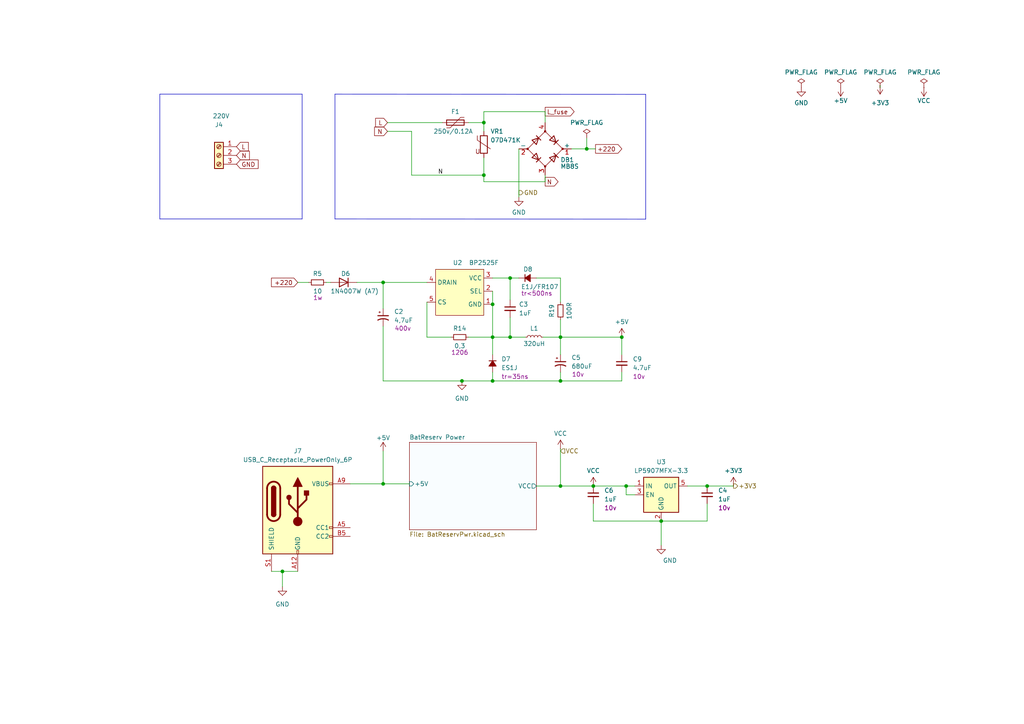
<source format=kicad_sch>
(kicad_sch (version 20250114) (generator "eeschema") (generator_version "9.0")
  (paper "A4")
  (title_block (title "Universal board.  ESP-C3") (date "2023-10-01") (rev "12"))
  (lib_symbols
    (symbol "+5V_1" (power) (pin_numbers (hide yes)) (pin_names (offset 0) (hide yes))
      (property "Value" "+5V" (at 0 3.556 0))
      (symbol "+5V_1_0_1"
        (polyline (pts (xy -0.762 1.27) (xy 0 2.54)))
        (polyline (pts (xy 0 2.54) (xy 0.762 1.27)))
        (polyline (pts (xy 0 0) (xy 0 2.54)))
      )
      (symbol "+5V_1_1_1"
        (pin power_in line (at 0 0 90) (length 0) (name "~") (number "1"))
      )
    )
    (symbol "+5V_2" (power) (pin_numbers (hide yes)) (pin_names (offset 0) (hide yes))
      (property "Value" "+5V" (at 0 3.556 0))
      (symbol "+5V_2_0_1"
        (polyline (pts (xy -0.762 1.27) (xy 0 2.54)))
        (polyline (pts (xy 0 2.54) (xy 0.762 1.27)))
        (polyline (pts (xy 0 0) (xy 0 2.54)))
      )
      (symbol "+5V_2_1_1"
        (pin power_in line (at 0 0 90) (length 0) (name "~") (number "1"))
      )
    )
    (symbol "Connector:Screw_Terminal_01x03" (pin_names (offset 1.016) (hide yes))
      (property "Reference" "J" (at 0 5.08 0))
      (property "Value" "Screw_Terminal_01x03" (at 0 -5.08 0))
      (symbol "Screw_Terminal_01x03_1_1"
        (rectangle (start -1.27 3.81) (end 1.27 -3.81) (stroke (width 0.254)) (fill (type background)))
        (polyline (pts (xy -0.5334 2.8702) (xy 0.3302 2.032)) (stroke (width 0.1524)))
        (polyline (pts (xy -0.5334 0.3302) (xy 0.3302 -0.508)) (stroke (width 0.1524)))
        (polyline (pts (xy -0.5334 -2.2098) (xy 0.3302 -3.048)) (stroke (width 0.1524)))
        (polyline (pts (xy -0.3556 3.048) (xy 0.508 2.2098)) (stroke (width 0.1524)))
        (polyline (pts (xy -0.3556 0.508) (xy 0.508 -0.3302)) (stroke (width 0.1524)))
        (polyline (pts (xy -0.3556 -2.032) (xy 0.508 -2.8702)) (stroke (width 0.1524)))
        (circle (center 0 2.54) (radius 0.635) (stroke (width 0.1524)))
        (circle (center 0 0) (radius 0.635) (stroke (width 0.1524)))
        (circle (center 0 -2.54) (radius 0.635) (stroke (width 0.1524)))
        (pin passive line (at -5.08 2.54 0) (length 3.81) (name "Pin_1") (number "1"))
        (pin passive line (at -5.08 0 0) (length 3.81) (name "Pin_2") (number "2"))
        (pin passive line (at -5.08 -2.54 0) (length 3.81) (name "Pin_3") (number "3"))
      )
    )
    (symbol "Connector:USB_C_Receptacle_PowerOnly_6P" (pin_names (offset 1.016))
      (property "Reference" "J" (at 0 16.51 0))
      (property "Value" "USB_C_Receptacle_PowerOnly_6P" (at 0 13.97 0))
      (symbol "USB_C_Receptacle_PowerOnly_6P_0_0"
        (rectangle (start -0.254 -12.7) (end 0.254 -11.684))
        (rectangle (start 10.16 7.874) (end 9.144 7.366))
        (rectangle (start 10.16 -4.826) (end 9.144 -5.334))
        (rectangle (start 10.16 -7.366) (end 9.144 -7.874))
      )
      (symbol "USB_C_Receptacle_PowerOnly_6P_0_1"
        (rectangle (start -10.16 12.7) (end 10.16 -12.7) (stroke (width 0.254)) (fill (type background)))
        (polyline (pts (xy -8.89 -1.27) (xy -8.89 6.35)) (stroke (width 0.508)))
        (rectangle (start -7.62 -1.27) (end -6.35 6.35) (stroke (width 0.254)) (fill (type outline)))
        (arc (start -7.62 6.35) (mid -6.985 6.9823) (end -6.35 6.35) (stroke (width 0.254)))
        (arc (start -7.62 6.35) (mid -6.985 6.9823) (end -6.35 6.35) (stroke (width 0.254)) (fill (type outline)))
        (arc (start -8.89 6.35) (mid -6.985 8.2467) (end -5.08 6.35) (stroke (width 0.508)))
        (arc (start -5.08 -1.27) (mid -6.985 -3.1667) (end -8.89 -1.27) (stroke (width 0.508)))
        (arc (start -6.35 -1.27) (mid -6.985 -1.9023) (end -7.62 -1.27) (stroke (width 0.254)))
        (arc (start -6.35 -1.27) (mid -6.985 -1.9023) (end -7.62 -1.27) (stroke (width 0.254)) (fill (type outline)))
        (polyline (pts (xy -5.08 6.35) (xy -5.08 -1.27)) (stroke (width 0.508)))
        (circle (center -2.54 3.683) (radius 0.635) (stroke (width 0.254)) (fill (type outline)))
        (polyline (pts (xy -1.27 6.858) (xy 0 9.398) (xy 1.27 6.858) (xy -1.27 6.858)) (stroke (width 0.254)) (fill (type outline)))
        (polyline (pts (xy 0 0.508) (xy 2.54 3.048) (xy 2.54 4.318)) (stroke (width 0.508)))
        (polyline (pts (xy 0 -0.762) (xy -2.54 1.778) (xy -2.54 3.048)) (stroke (width 0.508)))
        (polyline (pts (xy 0 -3.302) (xy 0 6.858)) (stroke (width 0.508)))
        (circle (center 0 -3.302) (radius 1.27) (fill (type outline)))
        (rectangle (start 1.905 4.318) (end 3.175 5.588) (stroke (width 0.254)) (fill (type outline)))
      )
      (symbol "USB_C_Receptacle_PowerOnly_6P_1_1"
        (pin passive line (at -7.62 -17.78 90) (length 5.08) (name "SHIELD") (number "S1"))
        (pin passive line (at 0 -17.78 90) (length 5.08) (name "GND") (number "A12"))
        (pin passive line (at 0 -17.78 90) (length 5.08) (hide yes) (name "GND") (number "B12"))
        (pin passive line (at 15.24 7.62 180) (length 5.08) (name "VBUS") (number "A9"))
        (pin passive line (at 15.24 7.62 180) (length 5.08) (hide yes) (name "VBUS") (number "B9"))
        (pin bidirectional line (at 15.24 -5.08 180) (length 5.08) (name "CC1") (number "A5"))
        (pin bidirectional line (at 15.24 -7.62 180) (length 5.08) (name "CC2") (number "B5"))
      )
    )
    (symbol "Device:C_Polarized_Small_US" (pin_numbers (hide yes)) (pin_names (offset 0.254) (hide yes))
      (property "Reference" "C" (at 0.254 1.778 0))
      (property "Value" "C_Polarized_Small_US" (at 0.254 -2.032 0))
      (symbol "C_Polarized_Small_US_0_1"
        (polyline (pts (xy -1.524 0.508) (xy 1.524 0.508)) (stroke (width 0.3048)))
        (polyline (pts (xy -1.27 1.524) (xy -0.762 1.524)))
        (polyline (pts (xy -1.016 1.27) (xy -1.016 1.778)))
        (arc (start -1.524 -0.762) (mid 0 -0.3734) (end 1.524 -0.762) (stroke (width 0.3048)))
      )
      (symbol "C_Polarized_Small_US_1_1"
        (pin passive line (at 0 2.54 270) (length 2.032) (name "~") (number "1"))
        (pin passive line (at 0 -2.54 90) (length 2.032) (name "~") (number "2"))
      )
    )
    (symbol "Device:C_Small" (pin_numbers (hide yes)) (pin_names (offset 0.254) (hide yes))
      (property "Reference" "C" (at 0.254 1.778 0))
      (property "Value" "C_Small" (at 0.254 -2.032 0))
      (symbol "C_Small_0_1"
        (polyline (pts (xy -1.524 0.508) (xy 1.524 0.508)) (stroke (width 0.3048)))
        (polyline (pts (xy -1.524 -0.508) (xy 1.524 -0.508)) (stroke (width 0.3302)))
      )
      (symbol "C_Small_1_1"
        (pin passive line (at 0 2.54 270) (length 2.032) (name "~") (number "1"))
        (pin passive line (at 0 -2.54 90) (length 2.032) (name "~") (number "2"))
      )
    )
    (symbol "Device:D" (pin_numbers (hide yes)) (pin_names (offset 1.016) (hide yes))
      (property "Reference" "D" (at 0 2.54 0))
      (property "Value" "D" (at 0 -2.54 0))
      (symbol "D_0_1"
        (polyline (pts (xy -1.27 1.27) (xy -1.27 -1.27)) (stroke (width 0.254)))
        (polyline (pts (xy 1.27 1.27) (xy 1.27 -1.27) (xy -1.27 0) (xy 1.27 1.27)) (stroke (width 0.254)))
        (polyline (pts (xy 1.27 0) (xy -1.27 0)))
      )
      (symbol "D_1_1"
        (pin passive line (at -3.81 0 0) (length 2.54) (name "K") (number "1"))
        (pin passive line (at 3.81 0 180) (length 2.54) (name "A") (number "2"))
      )
    )
    (symbol "Device:D_Bridge_+-AA" (pin_names (offset 0))
      (property "Reference" "D" (at 2.54 6.985 0))
      (property "Value" "D_Bridge_+-AA" (at 2.54 5.08 0))
      (symbol "D_Bridge_+-AA_0_1"
        (circle (center -5.08 0) (radius 0.254) (fill (type outline)))
        (polyline (pts (xy -5.08 0) (xy 0 -5.08) (xy 5.08 0) (xy 0 5.08) (xy -5.08 0)))
        (polyline (pts (xy -3.81 2.54) (xy -2.54 1.27) (xy -1.905 3.175) (xy -3.81 2.54)) (stroke (width 0.254)))
        (polyline (pts (xy -2.54 3.81) (xy -1.27 2.54)) (stroke (width 0.254)))
        (polyline (pts (xy -2.54 -1.27) (xy -3.81 -2.54) (xy -1.905 -3.175) (xy -2.54 -1.27)) (stroke (width 0.254)))
        (polyline (pts (xy -1.27 -2.54) (xy -2.54 -3.81)) (stroke (width 0.254)))
        (circle (center 0 5.08) (radius 0.254) (fill (type outline)))
        (circle (center 0 -5.08) (radius 0.254) (fill (type outline)))
        (polyline (pts (xy 1.27 2.54) (xy 2.54 3.81) (xy 3.175 1.905) (xy 1.27 2.54)) (stroke (width 0.254)))
        (polyline (pts (xy 2.54 1.27) (xy 3.81 2.54)) (stroke (width 0.254)))
        (polyline (pts (xy 2.54 -1.27) (xy 3.81 -2.54)) (stroke (width 0.254)))
        (polyline (pts (xy 3.175 -1.905) (xy 1.27 -2.54) (xy 2.54 -3.81) (xy 3.175 -1.905)) (stroke (width 0.254)))
        (circle (center 5.08 0) (radius 0.254) (fill (type outline)))
      )
      (symbol "D_Bridge_+-AA_1_1"
        (pin passive line (at -7.62 0 0) (length 2.54) (name "-") (number "2"))
        (pin passive line (at 0 7.62 270) (length 2.54) (name "~") (number "3"))
        (pin passive line (at 0 -7.62 90) (length 2.54) (name "~") (number "4"))
        (pin passive line (at 7.62 0 180) (length 2.54) (name "+") (number "1"))
      )
    )
    (symbol "Device:D_Small_Filled" (pin_numbers (hide yes)) (pin_names (offset 0.254) (hide yes))
      (property "Reference" "D" (at -1.27 2.032 0))
      (property "Value" "D_Small_Filled" (at -3.81 -2.032 0))
      (symbol "D_Small_Filled_0_1"
        (polyline (pts (xy -0.762 0) (xy 0.762 0)))
        (polyline (pts (xy -0.762 -1.016) (xy -0.762 1.016)) (stroke (width 0.254)))
        (polyline (pts (xy 0.762 -1.016) (xy -0.762 0) (xy 0.762 1.016) (xy 0.762 -1.016)) (stroke (width 0.254)) (fill (type outline)))
      )
      (symbol "D_Small_Filled_1_1"
        (pin passive line (at -2.54 0 0) (length 1.778) (name "K") (number "1"))
        (pin passive line (at 2.54 0 180) (length 1.778) (name "A") (number "2"))
      )
    )
    (symbol "Device:L_Small" (pin_numbers (hide yes)) (pin_names (offset 0.254) (hide yes))
      (property "Reference" "L" (at 0.762 1.016 0))
      (property "Value" "L_Small" (at 0.762 -1.016 0))
      (symbol "L_Small_0_1"
        (arc (start 0 2.032) (mid 0.5058 1.524) (end 0 1.016))
        (arc (start 0 1.016) (mid 0.5058 0.508) (end 0 0))
        (arc (start 0 0) (mid 0.5058 -0.508) (end 0 -1.016))
        (arc (start 0 -1.016) (mid 0.5058 -1.524) (end 0 -2.032))
      )
      (symbol "L_Small_1_1"
        (pin passive line (at 0 2.54 270) (length 0.508) (name "~") (number "1"))
        (pin passive line (at 0 -2.54 90) (length 0.508) (name "~") (number "2"))
      )
    )
    (symbol "Device:Polyfuse" (pin_numbers (hide yes)) (pin_names (offset 0))
      (property "Reference" "F" (at -2.54 0 90))
      (property "Value" "Polyfuse" (at 2.54 0 90))
      (symbol "Polyfuse_0_1"
        (polyline (pts (xy -1.524 2.54) (xy -1.524 1.524) (xy 1.524 -1.524) (xy 1.524 -2.54)))
        (rectangle (start -0.762 2.54) (end 0.762 -2.54) (stroke (width 0.254)))
        (polyline (pts (xy 0 2.54) (xy 0 -2.54)))
      )
      (symbol "Polyfuse_1_1"
        (pin passive line (at 0 3.81 270) (length 1.27) (name "~") (number "1"))
        (pin passive line (at 0 -3.81 90) (length 1.27) (name "~") (number "2"))
      )
    )
    (symbol "Device:R_Small" (pin_numbers (hide yes)) (pin_names (offset 0.254) (hide yes))
      (property "Reference" "R" (at 0.762 0.508 0))
      (property "Value" "R_Small" (at 0.762 -1.016 0))
      (symbol "R_Small_0_1"
        (rectangle (start -0.762 1.778) (end 0.762 -1.778) (stroke (width 0.2032)))
      )
      (symbol "R_Small_1_1"
        (pin passive line (at 0 2.54 270) (length 0.762) (name "~") (number "1"))
        (pin passive line (at 0 -2.54 90) (length 0.762) (name "~") (number "2"))
      )
    )
    (symbol "Device:Varistor" (pin_numbers (hide yes)) (pin_names (offset 0))
      (property "Reference" "RV" (at 3.175 0 90))
      (property "Value" "Varistor" (at -3.175 0 90))
      (symbol "Varistor_0_0"
        (text "U" (at -1.778 -2.032 0) (effects (font (size 1.27 1.27))))
      )
      (symbol "Varistor_0_1"
        (polyline (pts (xy -1.905 2.54) (xy -1.905 1.27) (xy 1.905 -1.27)))
        (rectangle (start -1.016 -2.54) (end 1.016 2.54) (stroke (width 0.254)))
      )
      (symbol "Varistor_1_1"
        (pin passive line (at 0 3.81 270) (length 1.27) (name "~") (number "1"))
        (pin passive line (at 0 -3.81 90) (length 1.27) (name "~") (number "2"))
      )
    )
    (symbol "GND_1" (power) (pin_names (offset 0))
      (property "Value" "GND_1" (at 0 -3.81 0))
      (symbol "GND_1_0_1"
        (polyline (pts (xy 0 0) (xy 0 -1.27) (xy 1.27 -1.27) (xy 0 -2.54) (xy -1.27 -1.27) (xy 0 -1.27)))
      )
      (symbol "GND_1_1_1"
        (pin power_in line (at 0 0 270) (length 0) (hide yes) (name "GND") (number "1"))
      )
    )
    (symbol "PWR_FLAG_1" (power) (pin_numbers (hide yes)) (pin_names (offset 0) (hide yes))
      (property "Value" "PWR_FLAG" (at 0 3.81 0))
      (symbol "PWR_FLAG_1_0_0"
        (pin power_out line (at 0 0 90) (length 0) (name "~") (number "1"))
      )
      (symbol "PWR_FLAG_1_0_1"
        (polyline (pts (xy 0 0) (xy 0 1.27) (xy -1.016 1.905) (xy 0 2.54) (xy 1.016 1.905) (xy 0 1.27)))
      )
    )
    (symbol "Regulator_Linear:LP5907MFX-3.3"
      (property "Reference" "U" (at -3.81 6.35 0))
      (property "Value" "LP5907MFX-3.3" (at 6.35 6.35 0))
      (symbol "LP5907MFX-3.3_0_1"
        (rectangle (start -5.08 -5.08) (end 5.08 5.08) (stroke (width 0.254)) (fill (type background)))
        (pin power_in line (at -7.62 2.54 0) (length 2.54) (name "IN") (number "1"))
        (pin input line (at -7.62 0 0) (length 2.54) (name "EN") (number "3"))
        (pin power_in line (at 0 -7.62 90) (length 2.54) (name "GND") (number "2"))
        (pin no_connect line (at 5.08 0 180) (length 2.54) (hide yes) (name "NC") (number "4"))
        (pin power_out line (at 7.62 2.54 180) (length 2.54) (name "OUT") (number "5"))
      )
    )
    (symbol "Regulator_Switching_Local:BP2525F"
      (property "Reference" "U" (at 0 8.89 0))
      (property "Value" "BP2525F" (at 0 -10.16 0))
      (symbol "BP2525F_0_0"
        (pin bidirectional line (at -9.525 2.54 0) (length 2.54) (name "DRAIN") (number "4"))
        (pin input line (at -9.525 -3.175 0) (length 2.54) (name "CS") (number "5"))
        (pin power_in line (at 9.525 3.81 180) (length 2.54) (name "VCC") (number "3"))
        (pin bidirectional line (at 9.525 0 180) (length 2.54) (name "SEL") (number "2"))
        (pin power_in line (at 9.525 -3.81 180) (length 2.54) (name "GND") (number "1"))
      )
      (symbol "BP2525F_0_1"
        (rectangle (start -6.985 6.35) (end 6.985 -6.985) (fill (type background)))
      )
    )
    (symbol "power:+3V3" (power) (pin_numbers (hide yes)) (pin_names (offset 0) (hide yes))
      (property "Value" "+3V3" (at 0 3.556 0))
      (symbol "+3V3_0_1"
        (polyline (pts (xy -0.762 1.27) (xy 0 2.54)))
        (polyline (pts (xy 0 2.54) (xy 0.762 1.27)))
        (polyline (pts (xy 0 0) (xy 0 2.54)))
      )
      (symbol "+3V3_1_1"
        (pin power_in line (at 0 0 90) (length 0) (name "~") (number "1"))
      )
    )
    (symbol "power:+5V" (power) (pin_names (offset 0))
      (property "Value" "+5V" (at 0 3.556 0))
      (symbol "+5V_0_1"
        (polyline (pts (xy -0.762 1.27) (xy 0 2.54)))
        (polyline (pts (xy 0 2.54) (xy 0.762 1.27)))
        (polyline (pts (xy 0 0) (xy 0 2.54)))
      )
      (symbol "+5V_1_1"
        (pin power_in line (at 0 0 90) (length 0) (hide yes) (name "+5V") (number "1"))
      )
    )
    (symbol "power:GND" (power) (pin_names (offset 0))
      (property "Value" "GND" (at 0 -3.81 0))
      (symbol "GND_0_1"
        (polyline (pts (xy 0 0) (xy 0 -1.27) (xy 1.27 -1.27) (xy 0 -2.54) (xy -1.27 -1.27) (xy 0 -1.27)))
      )
      (symbol "GND_1_1"
        (pin power_in line (at 0 0 270) (length 0) (hide yes) (name "GND") (number "1"))
      )
    )
    (symbol "power:PWR_FLAG" (power) (pin_numbers (hide yes)) (pin_names (offset 0) (hide yes))
      (property "Value" "PWR_FLAG" (at 0 3.81 0))
      (symbol "PWR_FLAG_0_0"
        (pin power_out line (at 0 0 90) (length 0) (name "pwr") (number "1"))
      )
      (symbol "PWR_FLAG_0_1"
        (polyline (pts (xy 0 0) (xy 0 1.27) (xy -1.016 1.905) (xy 0 2.54) (xy 1.016 1.905) (xy 0 1.27)))
      )
    )
    (symbol "power:VCC" (power) (pin_numbers (hide yes)) (pin_names (offset 0) (hide yes))
      (property "Value" "VCC" (at 0 3.556 0))
      (symbol "VCC_0_1"
        (polyline (pts (xy -0.762 1.27) (xy 0 2.54)))
        (polyline (pts (xy 0 2.54) (xy 0.762 1.27)))
        (polyline (pts (xy 0 0) (xy 0 2.54)))
      )
      (symbol "VCC_1_1"
        (pin power_in line (at 0 0 90) (length 0) (name "~") (number "1"))
      )
    )
  )
  (junction (at 111.125 81.915))
  (junction (at 142.875 110.49))
  (junction (at 191.77 151.13))
  (junction (at 147.955 80.645))
  (junction (at 81.915 165.735))
  (junction (at 180.34 97.79))
  (junction (at 140.335 35.56))
  (junction (at 142.875 88.265))
  (junction (at 170.18 43.18))
  (junction (at 111.125 140.335))
  (junction (at 205.105 140.97))
  (junction (at 133.985 110.49))
  (junction (at 162.56 97.79))
  (junction (at 172.085 140.97))
  (junction (at 142.875 97.79))
  (junction (at 181.61 140.97))
  (junction (at 162.56 140.97))
  (junction (at 140.335 50.8))
  (junction (at 162.56 110.49))
  (junction (at 147.955 97.79))
  (wire (pts (xy 101.6 140.335) (xy 111.125 140.335)))
  (wire (pts (xy 142.875 88.265) (xy 142.875 97.79)))
  (wire (pts (xy 147.955 80.645) (xy 142.875 80.645)))
  (wire (pts (xy 170.18 43.18) (xy 170.18 40.005)))
  (wire (pts (xy 147.955 97.79) (xy 152.4 97.79)))
  (wire (pts (xy 142.875 110.49) (xy 133.985 110.49)))
  (wire (pts (xy 170.18 43.18) (xy 165.735 43.18)))
  (polyline (pts (xy 87.63 27.305) (xy 46.355 27.305)))
  (wire (pts (xy 140.335 35.56) (xy 140.335 38.1)))
  (wire (pts (xy 140.335 32.385) (xy 140.335 35.56)))
  (polyline (pts (xy 87.63 63.5) (xy 87.63 27.305)))
  (wire (pts (xy 103.505 81.915) (xy 111.125 81.915)))
  (polyline (pts (xy 46.355 27.305) (xy 46.355 63.5)))
  (wire (pts (xy 162.56 130.175) (xy 162.56 140.97)))
  (wire (pts (xy 150.495 43.18) (xy 150.495 57.15)))
  (wire (pts (xy 162.56 97.79) (xy 180.34 97.79)))
  (wire (pts (xy 205.105 151.13) (xy 205.105 146.05)))
  (wire (pts (xy 162.56 110.49) (xy 162.56 107.95)))
  (polyline (pts (xy 187.28 63.555) (xy 97.155 63.5)))
  (wire (pts (xy 147.955 86.995) (xy 147.955 80.645)))
  (wire (pts (xy 155.575 140.97) (xy 162.56 140.97)))
  (wire (pts (xy 119.38 50.8) (xy 140.335 50.8)))
  (wire (pts (xy 123.825 97.79) (xy 130.81 97.79)))
  (wire (pts (xy 155.575 80.645) (xy 162.56 80.645)))
  (wire (pts (xy 140.335 52.705) (xy 158.115 52.705)))
  (wire (pts (xy 158.115 50.8) (xy 158.115 52.705)))
  (wire (pts (xy 133.985 110.49) (xy 111.125 110.49)))
  (wire (pts (xy 111.125 110.49) (xy 111.125 94.615)))
  (wire (pts (xy 180.34 107.95) (xy 180.34 110.49)))
  (wire (pts (xy 191.77 151.13) (xy 205.105 151.13)))
  (wire (pts (xy 205.105 140.97) (xy 212.725 140.97)))
  (wire (pts (xy 111.125 130.81) (xy 111.125 140.335)))
  (wire (pts (xy 142.875 84.455) (xy 142.875 88.265)))
  (wire (pts (xy 181.61 140.97) (xy 181.61 143.51)))
  (wire (pts (xy 112.395 35.56) (xy 128.27 35.56)))
  (wire (pts (xy 162.56 140.97) (xy 172.085 140.97)))
  (wire (pts (xy 191.77 151.13) (xy 191.77 158.115)))
  (wire (pts (xy 181.61 140.97) (xy 184.15 140.97)))
  (wire (pts (xy 142.875 110.49) (xy 142.875 107.95)))
  (wire (pts (xy 142.875 97.79) (xy 147.955 97.79)))
  (wire (pts (xy 111.125 81.915) (xy 123.825 81.915)))
  (wire (pts (xy 162.56 92.71) (xy 162.56 97.79)))
  (wire (pts (xy 147.955 92.075) (xy 147.955 97.79)))
  (wire (pts (xy 172.085 151.13) (xy 191.77 151.13)))
  (polyline (pts (xy 187.28 27.36) (xy 187.28 63.555)))
  (wire (pts (xy 94.615 81.915) (xy 95.885 81.915)))
  (wire (pts (xy 162.56 110.49) (xy 142.875 110.49)))
  (polyline (pts (xy 97.155 27.305) (xy 187.28 27.36)))
  (wire (pts (xy 180.34 110.49) (xy 162.56 110.49)))
  (polyline (pts (xy 46.355 63.5) (xy 87.63 63.5)))
  (wire (pts (xy 135.89 97.79) (xy 142.875 97.79)))
  (wire (pts (xy 140.335 52.705) (xy 140.335 50.8)))
  (wire (pts (xy 157.48 97.79) (xy 162.56 97.79)))
  (wire (pts (xy 140.335 32.385) (xy 158.115 32.385)))
  (wire (pts (xy 112.395 38.1) (xy 119.38 38.1)))
  (wire (pts (xy 119.38 38.1) (xy 119.38 50.8)))
  (wire (pts (xy 172.72 43.18) (xy 170.18 43.18)))
  (wire (pts (xy 123.825 87.63) (xy 123.825 97.79)))
  (wire (pts (xy 162.56 80.645) (xy 162.56 87.63)))
  (wire (pts (xy 147.955 80.645) (xy 150.495 80.645)))
  (wire (pts (xy 255.27 24.765) (xy 255.27 25.4)))
  (wire (pts (xy 111.125 140.335) (xy 118.745 140.335)))
  (wire (pts (xy 111.125 81.915) (xy 111.125 89.535)))
  (wire (pts (xy 172.085 140.97) (xy 181.61 140.97)))
  (wire (pts (xy 180.34 97.79) (xy 180.34 102.87)))
  (wire (pts (xy 81.915 165.735) (xy 81.915 170.18)))
  (wire (pts (xy 81.915 165.735) (xy 86.36 165.735)))
  (wire (pts (xy 158.115 32.385) (xy 158.115 35.56)))
  (wire (pts (xy 172.085 146.05) (xy 172.085 151.13)))
  (wire (pts (xy 162.56 97.79) (xy 162.56 102.87)))
  (wire (pts (xy 135.89 35.56) (xy 140.335 35.56)))
  (wire (pts (xy 140.335 45.72) (xy 140.335 50.8)))
  (wire (pts (xy 86.36 81.915) (xy 89.535 81.915)))
  (wire (pts (xy 181.61 143.51) (xy 184.15 143.51)))
  (wire (pts (xy 199.39 140.97) (xy 205.105 140.97)))
  (wire (pts (xy 78.74 165.735) (xy 81.915 165.735)))
  (polyline (pts (xy 97.155 63.5) (xy 97.155 27.305)))
  (wire (pts (xy 142.875 97.79) (xy 142.875 102.87)))
  (label "N" (at 127 50.8 0))
  (global_label "N" (shape output) (at 158.115 52.705 0) (property "Intersheetrefs" "${INTERSHEET_REFS}" (effects (hide yes))))
  (global_label "+220" (shape input) (at 86.36 81.915 180) (property "Intersheetrefs" "${INTERSHEET_REFS}" (effects (hide yes))))
  (global_label "GND" (shape input) (at 68.58 47.625 0) (property "Intersheetrefs" "${INTERSHEET_REFS}" (effects (hide yes))))
  (global_label "L_fuse" (shape output) (at 158.115 32.385 0) (property "Intersheetrefs" "${INTERSHEET_REFS}" (effects (hide yes))))
  (global_label "N" (shape input) (at 68.58 45.085 0) (property "Intersheetrefs" "${INTERSHEET_REFS}" (effects (hide yes))))
  (global_label "+220" (shape output) (at 172.72 43.18 0) (property "Intersheetrefs" "${INTERSHEET_REFS}" (effects (hide yes))))
  (global_label "N" (shape input) (at 112.395 38.1 180) (property "Intersheetrefs" "${INTERSHEET_REFS}" (effects (hide yes))))
  (global_label "L" (shape input) (at 112.395 35.56 180) (property "Intersheetrefs" "${INTERSHEET_REFS}" (effects (hide yes))))
  (global_label "L" (shape input) (at 68.58 42.545 0) (property "Intersheetrefs" "${INTERSHEET_REFS}" (effects (hide yes))))
  (hierarchical_label "GND" (shape output) (at 150.495 55.88 0))
  (hierarchical_label "+3V3" (shape output) (at 212.725 140.97 0))
  (hierarchical_label "VCC" (shape input) (at 162.56 130.81 0))
  (symbol (lib_id "power:VCC") (at 162.56 130.175 0) (unit 1)
    (property "Reference" "#PWR026" (effects (hide yes)))
    (property "Value" "VCC" (at 162.56 125.73 0))
    (property "Description" "Power symbol creates a global label with name \"VCC\"" (effects (hide yes)))
  )
  (symbol (lib_id "Connector:Screw_Terminal_01x03") (at 63.5 45.085 0) (mirror y) (unit 1)
    (property "Reference" "J4" (at 63.5 36.195 0))
    (property "Value" "220V" (at 64.135 33.655 0))
    (property "Footprint" "TerminalBlock_Degson:DG301-5.0-03P" (effects (hide yes)))
    (property "Description" "Generic screw terminal, single row, 01x03, script generated (kicad-library-utils/schlib/autogen/connector/)" (effects (hide yes)))
  )
  (symbol (lib_name "+5V_2") (lib_id "power:+5V") (at 180.34 97.79 0) (unit 1)
    (property "Reference" "#PWR018" (effects (hide yes)))
    (property "Value" "+5V" (at 180.34 93.345 0))
    (property "Description" "Power symbol creates a global label with name \"+5V\"" (effects (hide yes)))
  )
  (symbol (lib_name "+5V_1") (lib_id "power:+5V") (at 267.97 25.4 180) (unit 1)
    (property "Reference" "#PWR028" (effects (hide yes)))
    (property "Value" "VCC" (at 267.97 29.21 0))
    (property "Description" "Power symbol creates a global label with name \"+5V\"" (effects (hide yes)))
  )
  (symbol (lib_name "GND_1") (lib_id "power:GND") (at 191.77 158.115 0) (unit 1)
    (property "Reference" "#PWR023" (effects (hide yes)))
    (property "Value" "GND" (at 194.31 162.56 0))
  )
  (symbol (lib_id "power:GND") (at 150.495 57.15 0) (unit 1)
    (property "Reference" "#PWR025" (effects (hide yes)))
    (property "Value" "GND" (at 150.495 61.595 0))
  )
  (symbol (lib_id "power:PWR_FLAG") (at 170.18 40.005 0) (unit 1)
    (property "Reference" "#FLG01" (effects (hide yes)))
    (property "Value" "PWR_FLAG" (at 170.18 35.56 0))
  )
  (symbol (lib_id "Device:C_Small") (at 172.085 143.51 0) (unit 1)
    (property "Reference" "C6" (at 175.26 142.2462 0) (effects (justify left)))
    (property "Value" "1uF" (at 175.26 144.7862 0) (effects (justify left)))
    (property "Footprint" "Capacitor_SMD:C_0805_2012Metric_Pad1.18x1.45mm_HandSolder" (effects (hide yes)))
    (property "descr" "10v" (at 175.26 147.32 0) (effects (justify left)))
  )
  (symbol (lib_id "power:GND") (at 232.41 25.4 0) (unit 1)
    (property "Reference" "#PWR04" (effects (hide yes)))
    (property "Value" "GND" (at 232.41 29.845 0))
  )
  (symbol (lib_id "Device:R_Small") (at 92.075 81.915 270) (mirror x) (unit 1)
    (property "Reference" "R5" (at 92.075 79.375 90))
    (property "Value" "10" (at 90.805 84.455 90) (effects (justify left)))
    (property "Footprint" "Resistor_THT:R_Axial_DIN0414_L11.9mm_D4.5mm_P5.08mm_Vertical" (effects (hide yes)))
    (property "descr" "1w" (at 90.805 86.36 90) (effects (justify left)))
  )
  (symbol (lib_id "Device:Varistor") (at 140.335 41.91 0) (unit 1)
    (property "Reference" "VR1" (at 142.24 38.1 0) (effects (justify left)))
    (property "Value" "07D471K" (at 142.24 40.64 0) (effects (justify left)))
    (property "Footprint" "Varistor:RV_Disc_D9mm_W3.3mm_P5mm" (effects (hide yes)))
    (property "comments" "07D471K; 300V" (effects (hide yes)))
  )
  (symbol (lib_id "power:+5V") (at 243.84 25.4 180) (unit 1)
    (property "Reference" "#PWR010" (effects (hide yes)))
    (property "Value" "+5V" (at 243.84 29.21 0))
  )
  (symbol (lib_id "Device:C_Small") (at 180.34 105.41 0) (unit 1)
    (property "Reference" "C9" (at 183.515 104.1462 0) (effects (justify left)))
    (property "Value" "4.7uF" (at 183.515 106.6862 0) (effects (justify left)))
    (property "Footprint" "Capacitor_SMD:C_0805_2012Metric_Pad1.18x1.45mm_HandSolder" (effects (hide yes)))
    (property "descr" "10v" (at 183.515 109.22 0) (effects (justify left)))
  )
  (symbol (lib_id "power:PWR_FLAG") (at 232.41 25.4 0) (unit 1)
    (property "Reference" "#FLG02" (effects (hide yes)))
    (property "Value" "PWR_FLAG" (at 232.41 20.955 0))
  )
  (symbol (lib_id "Device:D_Small_Filled") (at 153.035 80.645 0) (unit 1)
    (property "Reference" "D8" (at 151.765 78.105 0) (effects (justify left)))
    (property "Value" "E1J/FR107" (at 151.13 83.185 0) (effects (justify left)))
    (property "Footprint" "Diode_SMD:D_SOD-123F" (effects (hide yes)))
    (property "descr" "tr<500ns" (at 151.13 85.09 0) (effects (justify left)))
  )
  (symbol (lib_id "Regulator_Switching_Local:BP2525F") (at 133.35 84.455 0) (unit 1)
    (property "Reference" "U2" (at 132.715 76.2 0))
    (property "Value" "BP2525F" (at 140.335 76.2 0))
    (property "Footprint" "Package_SO_Local:SOT33-5" (effects (hide yes)))
    (property "Datasheet" "https://datasheet.lcsc.com/szlcsc/On-Bright-Elec-OB2222MCPA_C89629.pdf" (effects (hide yes)))
  )
  (symbol (lib_id "Device:D") (at 99.695 81.915 180) (unit 1)
    (property "Reference" "D6" (at 101.6 79.375 0) (effects (justify left)))
    (property "Value" "1N4007W (A7)" (at 109.855 84.455 0) (effects (justify left)))
    (property "Footprint" "Diode_SMD:D_SOD-123F" (effects (hide yes)))
  )
  (symbol (lib_id "power:VCC") (at 172.085 140.97 0) (unit 1)
    (property "Reference" "#PWR027" (effects (hide yes)))
    (property "Value" "VCC" (at 172.085 136.525 0))
    (property "Description" "Power symbol creates a global label with name \"VCC\"" (effects (hide yes)))
  )
  (symbol (lib_id "power:+5V") (at 111.125 130.81 0) (unit 1)
    (property "Reference" "#PWR016" (effects (hide yes)))
    (property "Value" "+5V" (at 111.125 127 0))
  )
  (symbol (lib_id "power:+3V3") (at 212.725 140.97 0) (unit 1)
    (property "Reference" "#PWR021" (effects (hide yes)))
    (property "Value" "+3V3" (at 212.725 136.525 0))
    (property "Description" "Power symbol creates a global label with name \"+3V3\"" (effects (hide yes)))
  )
  (symbol (lib_name "GND_1") (lib_id "power:GND") (at 133.985 110.49 0) (unit 1)
    (property "Reference" "#PWR02" (effects (hide yes)))
    (property "Value" "GND" (at 133.985 115.57 0))
  )
  (symbol (lib_id "Device:D_Bridge_+-AA") (at 158.115 43.18 0) (mirror x) (unit 1)
    (property "Reference" "DB1" (at 162.56 46.355 0) (effects (justify left)))
    (property "Value" "MB8S" (at 162.56 48.26 0) (effects (justify left)))
    (property "Footprint" "Diode_local:MBS" (effects (hide yes)))
    (property "Description" "Diode bridge, +ve/-ve/AC/AC" (effects (hide yes)))
    (property "comments" "MB8S" (effects (hide yes)))
  )
  (symbol (lib_id "Device:R_Small") (at 162.56 90.17 180) (unit 1)
    (property "Reference" "R19" (at 160.02 90.17 90))
    (property "Value" "100R" (at 165.1 90.17 90))
    (property "Footprint" "Resistor_SMD:R_0805_2012Metric_Pad1.20x1.40mm_HandSolder" (effects (hide yes)))
  )
  (symbol (lib_id "Regulator_Linear:LP5907MFX-3.3") (at 191.77 143.51 0) (unit 1)
    (property "Reference" "U3" (at 191.77 133.985 0))
    (property "Value" "LP5907MFX-3.3" (at 191.77 136.525 0))
    (property "Footprint" "Package_TO_SOT_SMD:SOT-23-5" (effects (hide yes)))
    (property "Datasheet" "http://www.ti.com/lit/ds/symlink/lp5907.pdf" (effects (hide yes)))
    (property "Description" "250-mA Ultra-Low-Noise Low-IQ LDO, 3.3V, SOT-23" (effects (hide yes)))
  )
  (symbol (lib_id "Device:Polyfuse") (at 132.08 35.56 90) (unit 1)
    (property "Reference" "F1" (at 132.08 32.385 90))
    (property "Value" "250v/0.12A" (at 131.445 38.1 90))
    (property "Footprint" "Fuse_Local:RF145_D6.5mm_W4mm" (effects (hide yes)))
    (property "comments" "RF146" (effects (hide yes)))
  )
  (symbol (lib_id "Device:L_Small") (at 154.94 97.79 90) (unit 1)
    (property "Reference" "L1" (at 154.94 95.25 90))
    (property "Value" "320uH" (at 154.94 99.695 90))
    (property "Footprint" "Inductor_THT:L_Radial_D10.0mm_P5.00mm_Fastron_07P" (effects (hide yes)))
  )
  (symbol (lib_name "PWR_FLAG_1") (lib_id "power:PWR_FLAG") (at 255.27 25.4 0) (unit 1)
    (property "Reference" "#FLG04" (effects (hide yes)))
    (property "Value" "PWR_FLAG" (at 255.27 20.955 0))
    (property "Description" "Special symbol for telling ERC where power comes from" (effects (hide yes)))
  )
  (symbol (lib_id "power:GND") (at 81.915 170.18 0) (unit 1)
    (property "Reference" "#PWR014" (effects (hide yes)))
    (property "Value" "GND" (at 81.915 175.26 0))
  )
  (symbol (lib_id "Device:D_Small_Filled") (at 142.875 105.41 270) (unit 1)
    (property "Reference" "D7" (at 145.415 104.1399 90) (effects (justify left)))
    (property "Value" "ES1J" (at 145.415 106.68 90) (effects (justify left)))
    (property "Footprint" "Diode_SMD:D_SMA" (effects (hide yes)))
    (property "descr" "tr=35ns" (at 145.415 109.22 90) (effects (justify left)))
  )
  (symbol (lib_id "Device:C_Small") (at 147.955 89.535 0) (unit 1)
    (property "Reference" "C3" (at 150.495 88.2712 0) (effects (justify left)))
    (property "Value" "1uF" (at 150.495 90.8112 0) (effects (justify left)))
    (property "Footprint" "Capacitor_SMD:C_0805_2012Metric_Pad1.18x1.45mm_HandSolder" (effects (hide yes)))
    (property "descr" "10v" (effects (hide yes)))
  )
  (symbol (lib_id "power:+3V3") (at 255.27 24.765 180) (unit 1)
    (property "Reference" "#PWR017" (effects (hide yes)))
    (property "Value" "+3V3" (at 255.27 29.845 0))
    (property "Description" "Power symbol creates a global label with name \"+3V3\"" (effects (hide yes)))
  )
  (symbol (lib_id "power:PWR_FLAG") (at 267.97 25.4 0) (unit 1)
    (property "Reference" "#FLG06" (effects (hide yes)))
    (property "Value" "PWR_FLAG" (at 267.97 20.955 0))
  )
  (symbol (lib_id "Device:C_Small") (at 205.105 143.51 0) (unit 1)
    (property "Reference" "C4" (at 208.28 142.2462 0) (effects (justify left)))
    (property "Value" "1uF" (at 208.28 144.7862 0) (effects (justify left)))
    (property "Footprint" "Capacitor_SMD:C_0805_2012Metric_Pad1.18x1.45mm_HandSolder" (effects (hide yes)))
    (property "descr" "10v" (at 208.28 147.32 0) (effects (justify left)))
  )
  (symbol (lib_id "Device:C_Polarized_Small_US") (at 111.125 92.075 0) (unit 1)
    (property "Reference" "C2" (at 114.3 90.3731 0) (effects (justify left)))
    (property "Value" "4,7uF" (at 114.3 92.9131 0) (effects (justify left)))
    (property "Footprint" "Capacitor_THT:CP_Radial_D8.0mm_P3.80mm" (effects (hide yes)))
    (property "descr" "400v" (at 116.84 95.25 0))
  )
  (symbol (lib_id "power:PWR_FLAG") (at 243.84 25.4 0) (unit 1)
    (property "Reference" "#FLG03" (effects (hide yes)))
    (property "Value" "PWR_FLAG" (at 243.84 20.955 0))
  )
  (symbol (lib_id "Device:R_Small") (at 133.35 97.79 90) (unit 1)
    (property "Reference" "R14" (at 133.35 95.25 90))
    (property "Value" "0,3" (at 133.35 100.33 90))
    (property "Footprint" "Resistor_SMD:R_1206_3216Metric_Pad1.30x1.75mm_HandSolder" (effects (hide yes)))
    (property "descr" "1206" (at 133.35 102.235 90))
  )
  (symbol (lib_id "Device:C_Polarized_Small_US") (at 162.56 105.41 0) (unit 1)
    (property "Reference" "C5" (at 165.735 103.7081 0) (effects (justify left)))
    (property "Value" "680uF" (at 165.735 106.2481 0) (effects (justify left)))
    (property "Footprint" "Capacitor_THT:CP_Radial_D6.3mm_P2.50mm" (effects (hide yes)))
    (property "descr" "10v" (at 167.64 108.585 0))
  )
  (symbol (lib_id "Connector:USB_C_Receptacle_PowerOnly_6P") (at 86.36 147.955 0) (unit 1)
    (property "Reference" "J7" (at 86.36 130.81 0))
    (property "Value" "USB_C_Receptacle_PowerOnly_6P" (at 86.36 133.35 0))
    (property "Footprint" "Connector_USB:USB_C_Receptacle_GCT_USB4125-xx-x_6P_TopMnt_Horizontal" (effects (hide yes)))
    (property "Datasheet" "https://www.usb.org/sites/default/files/documents/usb_type-c.zip" (effects (hide yes)))
    (property "Description" "USB Power-Only 6P Type-C Receptacle connector" (effects (hide yes)))
  )
  (sheet (at 118.745 128.27) (size 36.83 25.4) (stroke (width 0.1524)) (fill (color 249 253 255 1.0000))
    (property "Sheetname" "BatReserv Power" (at 118.745 127.5584 0) (effects (justify left bottom)))
    (property "Sheetfile" "BatReservPwr.kicad_sch" (at 118.745 154.2546 0) (effects (justify left top)))
    (pin "VCC" output (at 155.575 140.97 0))
    (pin "+5V" input (at 118.745 140.335 180))
  )
)
</source>
